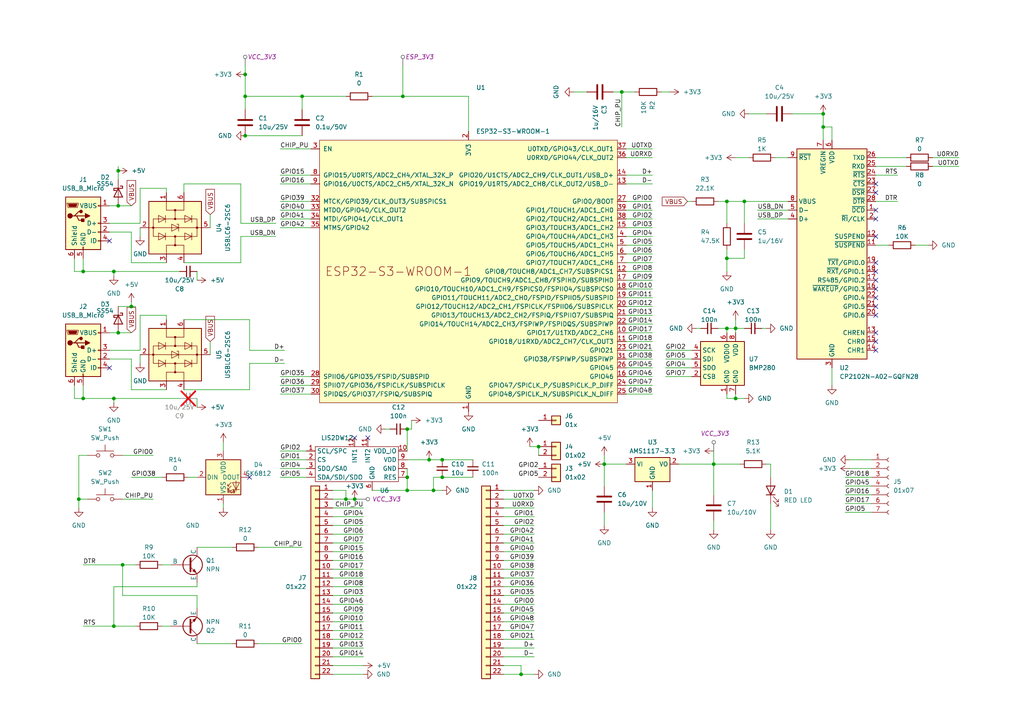
<source format=kicad_sch>
(kicad_sch (version 20230121) (generator eeschema)
  (paper "A4")
  (title_block (title "ESP32-S3-WROOM Test Board A") (date "2023-07-23") (rev "0.1") (company "Galacs corp"))
  (junction (at 128.27 133.35))
  (junction (at 238.76 36.83))
  (junction (at 210.82 58.42))
  (junction (at 210.82 95.25))
  (junction (at 22.86 144.78))
  (junction (at 24.13 78.74))
  (junction (at 213.36 115.57))
  (junction (at 34.29 96.52))
  (junction (at 156.21 129.54))
  (junction (at 38.1 88.9))
  (junction (at 118.11 142.24))
  (junction (at 87.63 27.94))
  (junction (at 24.13 115.57))
  (junction (at 125.73 142.24))
  (junction (at 102.87 144.78))
  (junction (at 210.82 74.93))
  (junction (at 33.02 115.57))
  (junction (at 118.11 138.43))
  (junction (at 116.84 27.94))
  (junction (at 33.02 78.74))
  (junction (at 34.29 49.53))
  (junction (at 151.13 195.58))
  (junction (at 71.12 21.59))
  (junction (at 215.9 58.42))
  (junction (at 213.36 95.25))
  (junction (at 35.56 163.83))
  (junction (at 207.01 134.62))
  (junction (at 100.33 144.78))
  (junction (at 124.46 133.35))
  (junction (at 71.12 39.37))
  (junction (at 34.29 59.69))
  (junction (at 175.26 134.62))
  (junction (at 33.02 181.61))
  (junction (at 71.12 27.94))
  (junction (at 128.27 138.43))
  (junction (at 118.11 124.46))
  (junction (at 238.76 33.02))
  (junction (at 180.34 26.67))
  (no_connect (at 102.87 127))
  (no_connect (at 254 88.9))
  (no_connect (at 254 53.34))
  (no_connect (at 254 60.96))
  (no_connect (at 31.75 106.68))
  (no_connect (at 72.39 138.43))
  (no_connect (at 254 91.44))
  (no_connect (at 31.75 69.85))
  (no_connect (at 254 76.2))
  (no_connect (at 254 83.82))
  (no_connect (at 254 101.6))
  (no_connect (at 106.68 127))
  (no_connect (at 254 86.36))
  (no_connect (at 254 68.58))
  (no_connect (at 254 81.28))
  (no_connect (at 254 99.06))
  (no_connect (at 254 63.5))
  (no_connect (at 254 55.88))
  (no_connect (at 254 78.74))
  (no_connect (at 254 96.52))
  (wire (pts (xy 246.38 133.35) (xy 252.73 133.35)))
  (wire (pts (xy 238.76 36.83) (xy 238.76 40.64)))
  (wire (pts (xy 24.13 163.83) (xy 35.56 163.83)))
  (wire (pts (xy 189.23 93.98) (xy 181.61 93.98)))
  (wire (pts (xy 118.11 138.43) (xy 118.11 142.24)))
  (wire (pts (xy 181.61 83.82) (xy 189.23 83.82)))
  (wire (pts (xy 24.13 74.93) (xy 24.13 78.74)))
  (wire (pts (xy 81.28 43.18) (xy 90.17 43.18)))
  (wire (pts (xy 193.04 104.14) (xy 200.66 104.14)))
  (wire (pts (xy 96.52 193.04) (xy 105.41 193.04)))
  (wire (pts (xy 189.23 66.04) (xy 181.61 66.04)))
  (wire (pts (xy 220.98 95.25) (xy 222.25 95.25)))
  (wire (pts (xy 245.11 143.51) (xy 252.73 143.51)))
  (wire (pts (xy 38.1 104.14) (xy 31.75 104.14)))
  (wire (pts (xy 189.23 109.22) (xy 181.61 109.22)))
  (wire (pts (xy 210.82 72.39) (xy 210.82 74.93)))
  (wire (pts (xy 146.05 165.1) (xy 154.94 165.1)))
  (wire (pts (xy 128.27 138.43) (xy 125.73 138.43)))
  (wire (pts (xy 96.52 185.42) (xy 105.41 185.42)))
  (wire (pts (xy 24.13 111.76) (xy 24.13 115.57)))
  (wire (pts (xy 265.43 71.12) (xy 269.24 71.12)))
  (wire (pts (xy 181.61 81.28) (xy 189.23 81.28)))
  (wire (pts (xy 151.13 195.58) (xy 154.94 195.58)))
  (wire (pts (xy 21.59 115.57) (xy 24.13 115.57)))
  (wire (pts (xy 96.52 157.48) (xy 105.41 157.48)))
  (wire (pts (xy 193.04 106.68) (xy 200.66 106.68)))
  (wire (pts (xy 35.56 132.08) (xy 44.45 132.08)))
  (wire (pts (xy 191.77 26.67) (xy 194.31 26.67)))
  (wire (pts (xy 57.15 115.57) (xy 57.15 118.11)))
  (wire (pts (xy 203.2 95.25) (xy 201.93 95.25)))
  (wire (pts (xy 25.4 132.08) (xy 22.86 132.08)))
  (wire (pts (xy 53.34 92.71) (xy 72.39 92.71)))
  (wire (pts (xy 146.05 180.34) (xy 154.94 180.34)))
  (wire (pts (xy 210.82 58.42) (xy 215.9 58.42)))
  (wire (pts (xy 175.26 140.97) (xy 175.26 134.62)))
  (wire (pts (xy 60.96 99.06) (xy 60.96 102.87)))
  (wire (pts (xy 181.61 104.14) (xy 189.23 104.14)))
  (wire (pts (xy 215.9 115.57) (xy 213.36 115.57)))
  (wire (pts (xy 146.05 195.58) (xy 151.13 195.58)))
  (wire (pts (xy 215.9 58.42) (xy 228.6 58.42)))
  (wire (pts (xy 213.36 114.3) (xy 213.36 115.57)))
  (wire (pts (xy 210.82 115.57) (xy 210.82 114.3)))
  (wire (pts (xy 57.15 172.72) (xy 35.56 172.72)))
  (wire (pts (xy 60.96 62.23) (xy 60.96 66.04)))
  (wire (pts (xy 24.13 115.57) (xy 33.02 115.57)))
  (wire (pts (xy 71.12 27.94) (xy 87.63 27.94)))
  (wire (pts (xy 81.28 66.04) (xy 90.17 66.04)))
  (wire (pts (xy 146.05 182.88) (xy 154.94 182.88)))
  (wire (pts (xy 96.52 154.94) (xy 105.41 154.94)))
  (wire (pts (xy 69.85 53.34) (xy 69.85 64.77)))
  (wire (pts (xy 81.28 111.76) (xy 90.17 111.76)))
  (wire (pts (xy 146.05 177.8) (xy 154.94 177.8)))
  (wire (pts (xy 213.36 115.57) (xy 210.82 115.57)))
  (wire (pts (xy 156.21 129.54) (xy 156.21 132.08)))
  (wire (pts (xy 40.64 101.6) (xy 40.64 91.44)))
  (wire (pts (xy 189.23 86.36) (xy 181.61 86.36)))
  (wire (pts (xy 22.86 144.78) (xy 22.86 147.32)))
  (wire (pts (xy 96.52 147.32) (xy 105.41 147.32)))
  (wire (pts (xy 224.79 45.72) (xy 228.6 45.72)))
  (wire (pts (xy 53.34 53.34) (xy 69.85 53.34)))
  (wire (pts (xy 48.26 76.2) (xy 38.1 76.2)))
  (wire (pts (xy 181.61 60.96) (xy 189.23 60.96)))
  (wire (pts (xy 38.1 138.43) (xy 46.99 138.43)))
  (wire (pts (xy 210.82 95.25) (xy 213.36 95.25)))
  (wire (pts (xy 153.67 129.54) (xy 156.21 129.54)))
  (wire (pts (xy 21.59 78.74) (xy 24.13 78.74)))
  (wire (pts (xy 229.87 33.02) (xy 238.76 33.02)))
  (wire (pts (xy 146.05 170.18) (xy 154.94 170.18)))
  (wire (pts (xy 116.84 27.94) (xy 135.89 27.94)))
  (wire (pts (xy 57.15 170.18) (xy 57.15 168.91)))
  (wire (pts (xy 210.82 58.42) (xy 210.82 64.77)))
  (wire (pts (xy 54.61 138.43) (xy 57.15 138.43)))
  (wire (pts (xy 107.95 142.24) (xy 118.11 142.24)))
  (wire (pts (xy 125.73 142.24) (xy 128.27 142.24)))
  (wire (pts (xy 33.02 80.01) (xy 33.02 78.74)))
  (wire (pts (xy 118.11 142.24) (xy 125.73 142.24)))
  (wire (pts (xy 219.71 60.96) (xy 228.6 60.96)))
  (wire (pts (xy 81.28 135.89) (xy 88.9 135.89)))
  (wire (pts (xy 38.1 67.31) (xy 31.75 67.31)))
  (wire (pts (xy 22.86 132.08) (xy 22.86 144.78)))
  (wire (pts (xy 213.36 92.71) (xy 213.36 95.25)))
  (wire (pts (xy 189.23 106.68) (xy 181.61 106.68)))
  (wire (pts (xy 107.95 27.94) (xy 116.84 27.94)))
  (wire (pts (xy 100.33 144.78) (xy 100.33 142.24)))
  (wire (pts (xy 74.93 186.69) (xy 87.63 186.69)))
  (wire (pts (xy 189.23 96.52) (xy 181.61 96.52)))
  (wire (pts (xy 34.29 49.53) (xy 34.29 52.07)))
  (wire (pts (xy 81.28 138.43) (xy 88.9 138.43)))
  (wire (pts (xy 215.9 72.39) (xy 215.9 74.93)))
  (wire (pts (xy 87.63 27.94) (xy 100.33 27.94)))
  (wire (pts (xy 254 71.12) (xy 257.81 71.12)))
  (wire (pts (xy 100.33 142.24) (xy 96.52 142.24)))
  (wire (pts (xy 189.23 76.2) (xy 181.61 76.2)))
  (wire (pts (xy 210.82 96.52) (xy 210.82 95.25)))
  (wire (pts (xy 245.11 138.43) (xy 252.73 138.43)))
  (wire (pts (xy 215.9 74.93) (xy 210.82 74.93)))
  (wire (pts (xy 57.15 78.74) (xy 57.15 81.28)))
  (wire (pts (xy 254 48.26) (xy 262.89 48.26)))
  (wire (pts (xy 40.64 66.04) (xy 40.64 68.58)))
  (wire (pts (xy 207.01 151.13) (xy 207.01 153.67)))
  (wire (pts (xy 81.28 133.35) (xy 88.9 133.35)))
  (wire (pts (xy 181.61 63.5) (xy 189.23 63.5)))
  (wire (pts (xy 40.64 91.44) (xy 48.26 91.44)))
  (wire (pts (xy 96.52 160.02) (xy 105.41 160.02)))
  (wire (pts (xy 146.05 190.5) (xy 154.94 190.5)))
  (wire (pts (xy 241.3 40.64) (xy 241.3 36.83)))
  (wire (pts (xy 146.05 157.48) (xy 154.94 157.48)))
  (wire (pts (xy 238.76 33.02) (xy 238.76 36.83)))
  (wire (pts (xy 193.04 109.22) (xy 200.66 109.22)))
  (wire (pts (xy 222.25 134.62) (xy 223.52 134.62)))
  (wire (pts (xy 71.12 39.37) (xy 87.63 39.37)))
  (wire (pts (xy 213.36 95.25) (xy 215.9 95.25)))
  (wire (pts (xy 100.33 144.78) (xy 102.87 144.78)))
  (wire (pts (xy 48.26 113.03) (xy 38.1 113.03)))
  (wire (pts (xy 207.01 134.62) (xy 214.63 134.62)))
  (wire (pts (xy 116.84 27.94) (xy 116.84 19.05)))
  (wire (pts (xy 96.52 180.34) (xy 105.41 180.34)))
  (wire (pts (xy 223.52 146.05) (xy 223.52 153.67)))
  (wire (pts (xy 40.64 64.77) (xy 40.64 54.61)))
  (wire (pts (xy 87.63 27.94) (xy 87.63 31.75)))
  (wire (pts (xy 124.46 133.35) (xy 128.27 133.35)))
  (wire (pts (xy 208.28 95.25) (xy 210.82 95.25)))
  (wire (pts (xy 181.61 71.12) (xy 189.23 71.12)))
  (wire (pts (xy 40.64 54.61) (xy 48.26 54.61)))
  (wire (pts (xy 207.01 134.62) (xy 207.01 143.51)))
  (wire (pts (xy 245.11 146.05) (xy 252.73 146.05)))
  (wire (pts (xy 146.05 154.94) (xy 154.94 154.94)))
  (wire (pts (xy 96.52 162.56) (xy 105.41 162.56)))
  (wire (pts (xy 181.61 88.9) (xy 189.23 88.9)))
  (wire (pts (xy 241.3 106.68) (xy 241.3 111.76)))
  (wire (pts (xy 146.05 172.72) (xy 154.94 172.72)))
  (wire (pts (xy 52.07 78.74) (xy 33.02 78.74)))
  (wire (pts (xy 208.28 58.42) (xy 210.82 58.42)))
  (wire (pts (xy 146.05 147.32) (xy 154.94 147.32)))
  (wire (pts (xy 199.39 58.42) (xy 200.66 58.42)))
  (wire (pts (xy 72.39 92.71) (xy 72.39 101.6)))
  (wire (pts (xy 175.26 134.62) (xy 181.61 134.62)))
  (wire (pts (xy 72.39 105.41) (xy 72.39 113.03)))
  (wire (pts (xy 189.23 101.6) (xy 181.61 101.6)))
  (wire (pts (xy 207.01 130.81) (xy 207.01 134.62)))
  (wire (pts (xy 180.34 26.67) (xy 177.8 26.67)))
  (wire (pts (xy 189.23 114.3) (xy 181.61 114.3)))
  (wire (pts (xy 38.1 113.03) (xy 38.1 104.14)))
  (wire (pts (xy 96.52 170.18) (xy 105.41 170.18)))
  (wire (pts (xy 181.61 68.58) (xy 189.23 68.58)))
  (wire (pts (xy 223.52 134.62) (xy 223.52 138.43)))
  (wire (pts (xy 24.13 78.74) (xy 33.02 78.74)))
  (wire (pts (xy 254 58.42) (xy 260.35 58.42)))
  (wire (pts (xy 96.52 195.58) (xy 105.41 195.58)))
  (wire (pts (xy 96.52 172.72) (xy 105.41 172.72)))
  (wire (pts (xy 33.02 181.61) (xy 39.37 181.61)))
  (wire (pts (xy 96.52 167.64) (xy 105.41 167.64)))
  (wire (pts (xy 254 45.72) (xy 262.89 45.72)))
  (wire (pts (xy 125.73 138.43) (xy 125.73 142.24)))
  (wire (pts (xy 48.26 91.44) (xy 48.26 92.71)))
  (wire (pts (xy 181.61 58.42) (xy 189.23 58.42)))
  (wire (pts (xy 34.29 48.26) (xy 34.29 49.53)))
  (wire (pts (xy 39.37 88.9) (xy 38.1 88.9)))
  (wire (pts (xy 31.75 101.6) (xy 40.64 101.6)))
  (wire (pts (xy 181.61 53.34) (xy 189.23 53.34)))
  (wire (pts (xy 241.3 36.83) (xy 238.76 36.83)))
  (wire (pts (xy 81.28 60.96) (xy 90.17 60.96)))
  (wire (pts (xy 53.34 53.34) (xy 53.34 55.88)))
  (wire (pts (xy 81.28 109.22) (xy 90.17 109.22)))
  (wire (pts (xy 270.51 48.26) (xy 278.13 48.26)))
  (wire (pts (xy 217.17 33.02) (xy 222.25 33.02)))
  (wire (pts (xy 69.85 64.77) (xy 80.01 64.77)))
  (wire (pts (xy 180.34 26.67) (xy 180.34 36.83)))
  (wire (pts (xy 213.36 95.25) (xy 213.36 96.52)))
  (wire (pts (xy 118.11 135.89) (xy 118.11 138.43)))
  (wire (pts (xy 82.55 105.41) (xy 72.39 105.41)))
  (wire (pts (xy 74.93 158.75) (xy 87.63 158.75)))
  (wire (pts (xy 24.13 181.61) (xy 33.02 181.61)))
  (wire (pts (xy 151.13 193.04) (xy 151.13 195.58)))
  (wire (pts (xy 146.05 144.78) (xy 154.94 144.78)))
  (wire (pts (xy 175.26 132.08) (xy 175.26 134.62)))
  (wire (pts (xy 96.52 149.86) (xy 105.41 149.86)))
  (wire (pts (xy 31.75 96.52) (xy 34.29 96.52)))
  (wire (pts (xy 21.59 111.76) (xy 21.59 115.57)))
  (wire (pts (xy 189.23 43.18) (xy 181.61 43.18)))
  (wire (pts (xy 96.52 190.5) (xy 105.41 190.5)))
  (wire (pts (xy 57.15 186.69) (xy 67.31 186.69)))
  (wire (pts (xy 81.28 114.3) (xy 90.17 114.3)))
  (wire (pts (xy 57.15 172.72) (xy 57.15 176.53)))
  (wire (pts (xy 189.23 111.76) (xy 181.61 111.76)))
  (wire (pts (xy 118.11 124.46) (xy 118.11 130.81)))
  (wire (pts (xy 96.52 175.26) (xy 105.41 175.26)))
  (wire (pts (xy 128.27 133.35) (xy 137.16 133.35)))
  (wire (pts (xy 189.23 73.66) (xy 181.61 73.66)))
  (wire (pts (xy 35.56 144.78) (xy 44.45 144.78)))
  (wire (pts (xy 52.07 115.57) (xy 33.02 115.57)))
  (wire (pts (xy 246.38 135.89) (xy 252.73 135.89)))
  (wire (pts (xy 146.05 175.26) (xy 154.94 175.26)))
  (wire (pts (xy 175.26 148.59) (xy 175.26 152.4)))
  (wire (pts (xy 46.99 181.61) (xy 49.53 181.61)))
  (wire (pts (xy 270.51 45.72) (xy 278.13 45.72)))
  (wire (pts (xy 213.36 45.72) (xy 217.17 45.72)))
  (wire (pts (xy 196.85 134.62) (xy 207.01 134.62)))
  (wire (pts (xy 81.28 58.42) (xy 90.17 58.42)))
  (wire (pts (xy 34.29 59.69) (xy 38.1 59.69)))
  (wire (pts (xy 146.05 167.64) (xy 154.94 167.64)))
  (wire (pts (xy 189.23 142.24) (xy 189.23 147.32)))
  (wire (pts (xy 57.15 158.75) (xy 67.31 158.75)))
  (wire (pts (xy 57.15 170.18) (xy 33.02 170.18)))
  (wire (pts (xy 64.77 128.27) (xy 64.77 130.81)))
  (wire (pts (xy 38.1 87.63) (xy 38.1 88.9)))
  (wire (pts (xy 71.12 27.94) (xy 71.12 21.59)))
  (wire (pts (xy 146.05 149.86) (xy 154.94 149.86)))
  (wire (pts (xy 81.28 53.34) (xy 90.17 53.34)))
  (wire (pts (xy 181.61 50.8) (xy 189.23 50.8)))
  (wire (pts (xy 40.64 102.87) (xy 40.64 105.41)))
  (wire (pts (xy 96.52 152.4) (xy 105.41 152.4)))
  (wire (pts (xy 146.05 162.56) (xy 154.94 162.56)))
  (wire (pts (xy 146.05 193.04) (xy 151.13 193.04)))
  (wire (pts (xy 215.9 58.42) (xy 215.9 64.77)))
  (wire (pts (xy 245.11 148.59) (xy 252.73 148.59)))
  (wire (pts (xy 64.77 146.05) (xy 64.77 147.32)))
  (wire (pts (xy 31.75 64.77) (xy 40.64 64.77)))
  (wire (pts (xy 111.76 124.46) (xy 113.03 124.46)))
  (wire (pts (xy 69.85 76.2) (xy 53.34 76.2)))
  (wire (pts (xy 219.71 63.5) (xy 228.6 63.5)))
  (wire (pts (xy 146.05 160.02) (xy 154.94 160.02)))
  (wire (pts (xy 146.05 142.24) (xy 154.94 142.24)))
  (wire (pts (xy 146.05 187.96) (xy 154.94 187.96)))
  (wire (pts (xy 193.04 101.6) (xy 200.66 101.6)))
  (wire (pts (xy 135.89 27.94) (xy 135.89 38.1)))
  (wire (pts (xy 33.02 116.84) (xy 33.02 115.57)))
  (wire (pts (xy 118.11 133.35) (xy 124.46 133.35)))
  (wire (pts (xy 71.12 27.94) (xy 71.12 31.75)))
  (wire (pts (xy 146.05 152.4) (xy 154.94 152.4)))
  (wire (pts (xy 96.52 182.88) (xy 105.41 182.88)))
  (wire (pts (xy 210.82 74.93) (xy 210.82 78.74)))
  (wire (pts (xy 170.18 26.67) (xy 166.37 26.67)))
  (wire (pts (xy 38.1 88.9) (xy 34.29 88.9)))
  (wire (pts (xy 96.52 165.1) (xy 105.41 165.1)))
  (wire (pts (xy 96.52 187.96) (xy 105.41 187.96)))
  (wire (pts (xy 81.28 130.81) (xy 88.9 130.81)))
  (wire (pts (xy 181.61 78.74) (xy 189.23 78.74)))
  (wire (pts (xy 146.05 185.42) (xy 154.94 185.42)))
  (wire (pts (xy 72.39 113.03) (xy 53.34 113.03)))
  (wire (pts (xy 72.39 101.6) (xy 82.55 101.6)))
  (wire (pts (xy 22.86 144.78) (xy 25.4 144.78)))
  (wire (pts (xy 181.61 91.44) (xy 189.23 91.44)))
  (wire (pts (xy 35.56 172.72) (xy 35.56 163.83)))
  (wire (pts (xy 189.23 99.06) (xy 181.61 99.06)))
  (wire (pts (xy 48.26 54.61) (xy 48.26 55.88)))
  (wire (pts (xy 96.52 144.78) (xy 100.33 144.78)))
  (wire (pts (xy 38.1 76.2) (xy 38.1 67.31)))
  (wire (pts (xy 254 50.8) (xy 260.35 50.8)))
  (wire (pts (xy 46.99 163.83) (xy 49.53 163.83)))
  (wire (pts (xy 34.29 96.52) (xy 38.1 96.52)))
  (wire (pts (xy 81.28 63.5) (xy 90.17 63.5)))
  (wire (pts (xy 21.59 74.93) (xy 21.59 78.74)))
  (wire (pts (xy 128.27 138.43) (xy 137.16 138.43)))
  (wire (pts (xy 71.12 21.59) (xy 71.12 19.05)))
  (wire (pts (xy 80.01 68.58) (xy 69.85 68.58)))
  (wire (pts (xy 96.52 177.8) (xy 105.41 177.8)))
  (wire (pts (xy 245.11 140.97) (xy 252.73 140.97)))
  (wire (pts (xy 184.15 26.67) (xy 180.34 26.67)))
  (wire (pts (xy 119.38 124.46) (xy 118.11 124.46)))
  (wire (pts (xy 33.02 170.18) (xy 33.02 181.61)))
  (wire (pts (xy 119.38 121.92) (xy 119.38 124.46)))
  (wire (pts (xy 69.85 68.58) (xy 69.85 76.2)))
  (wire (pts (xy 31.75 59.69) (xy 34.29 59.69)))
  (wire (pts (xy 81.28 50.8) (xy 90.17 50.8)))
  (wire (pts (xy 35.56 163.83) (xy 39.37 163.83)))
  (wire (pts (xy 189.23 45.72) (xy 181.61 45.72)))
  (wire (pts (xy 102.87 144.78) (xy 104.14 144.78)))
  (label "U0RXD" (at 189.23 45.72 180))
  (label "USB_DN" (at 219.71 60.96 0))
  (label "GPIO9" (at 105.41 177.8 180))
  (label "CHIP_PU" (at 44.45 144.78 180))
  (label "D-" (at 82.55 105.41 180))
  (label "GPIO3" (at 105.41 172.72 180))
  (label "GPIO2" (at 154.94 152.4 180))
  (label "GPIO35" (at 81.28 109.22 0))
  (label "GPIO41" (at 154.94 157.48 180))
  (label "GPIO13" (at 189.23 91.44 180))
  (label "GPIO37" (at 154.94 167.64 180))
  (label "DTR" (at 24.13 163.83 0))
  (label "D+" (at 154.94 187.96 180))
  (label "DTR" (at 260.35 58.42 180))
  (label "D+" (at 82.55 101.6 180))
  (label "GPIO47" (at 189.23 111.76 180))
  (label "GPIO1" (at 154.94 149.86 180))
  (label "GPIO5" (at 81.28 138.43 0))
  (label "U0TXD" (at 189.23 43.18 180))
  (label "GPIO6" (at 105.41 154.94 180))
  (label "GPIO35" (at 154.94 172.72 180))
  (label "CHIP_PU" (at 81.28 43.18 0))
  (label "GPIO21" (at 189.23 101.6 180))
  (label "GPIO7" (at 189.23 76.2 180))
  (label "GPIO46" (at 105.41 175.26 180))
  (label "GPIO47" (at 154.94 182.88 180))
  (label "GPIO36" (at 81.28 111.76 0))
  (label "GPIO15" (at 105.41 160.02 180))
  (label "GPIO0" (at 87.63 186.69 180))
  (label "GPIO1" (at 189.23 60.96 180))
  (label "GPIO16" (at 105.41 162.56 180))
  (label "GPIO46" (at 189.23 109.22 180))
  (label "GPIO2" (at 189.23 63.5 180))
  (label "GPIO14" (at 105.41 190.5 180))
  (label "USB_DP" (at 219.71 63.5 0))
  (label "GPIO10" (at 189.23 83.82 180))
  (label "GPIO12" (at 189.23 88.9 180))
  (label "GPIO5" (at 193.04 104.14 0))
  (label "GPIO42" (at 154.94 154.94 180))
  (label "GPIO0" (at 44.45 132.08 180))
  (label "GPIO5" (at 189.23 71.12 180))
  (label "GPIO48" (at 189.23 114.3 180))
  (label "GPIO11" (at 189.23 86.36 180))
  (label "GPIO42" (at 81.28 66.04 0))
  (label "GPIO7" (at 105.41 157.48 180))
  (label "GPIO8" (at 105.41 170.18 180))
  (label "GPIO17" (at 189.23 96.52 180))
  (label "GPIO36" (at 154.94 170.18 180))
  (label "RTS" (at 24.13 181.61 0))
  (label "GPIO2" (at 81.28 130.81 0))
  (label "GPIO17" (at 105.41 165.1 180))
  (label "CHIP_PU" (at 105.41 147.32 180))
  (label "GPIO38" (at 38.1 138.43 0))
  (label "GPIO5" (at 105.41 152.4 180))
  (label "GPIO16" (at 81.28 53.34 0))
  (label "GPIO48" (at 154.94 180.34 180))
  (label "USB_DN" (at 80.01 68.58 180))
  (label "GPIO2" (at 156.21 135.89 180))
  (label "USB_DP" (at 80.01 64.77 180))
  (label "D-" (at 154.94 190.5 180))
  (label "D+" (at 189.23 50.8 180))
  (label "GPIO18" (at 245.11 138.43 0))
  (label "GPIO45" (at 245.11 140.97 0))
  (label "GPIO11" (at 105.41 182.88 180))
  (label "GPIO8" (at 189.23 78.74 180))
  (label "GPIO6" (at 189.23 73.66 180))
  (label "D-" (at 189.23 53.34 180))
  (label "GPIO17" (at 245.11 146.05 0))
  (label "GPIO0" (at 189.23 58.42 180))
  (label "GPIO38" (at 189.23 104.14 180))
  (label "GPIO10" (at 105.41 180.34 180))
  (label "U0RXD" (at 278.13 45.72 180))
  (label "GPIO45" (at 189.23 106.68 180))
  (label "GPIO3" (at 189.23 66.04 180))
  (label "GPIO41" (at 81.28 63.5 0))
  (label "GPIO15" (at 81.28 50.8 0))
  (label "GPIO4" (at 189.23 68.58 180))
  (label "GPIO18" (at 189.23 99.06 180))
  (label "GPIO5" (at 156.21 138.43 180))
  (label "U0TXD" (at 154.94 144.78 180))
  (label "RTS" (at 260.35 50.8 180))
  (label "GPIO5" (at 245.11 148.59 0))
  (label "GPIO9" (at 189.23 81.28 180))
  (label "U0TXD" (at 278.13 48.26 180))
  (label "GPIO12" (at 105.41 185.42 180))
  (label "GPIO13" (at 105.41 187.96 180))
  (label "GPIO45" (at 154.94 177.8 180))
  (label "GPIO18" (at 105.41 167.64 180))
  (label "GPIO39" (at 154.94 162.56 180))
  (label "GPIO4" (at 81.28 135.89 0))
  (label "GPIO37" (at 81.28 114.3 0))
  (label "GPIO40" (at 154.94 160.02 180))
  (label "GPIO4" (at 105.41 149.86 180))
  (label "GPIO16" (at 245.11 143.51 0))
  (label "GPIO21" (at 154.94 185.42 180))
  (label "CHIP_PU" (at 180.34 36.83 90))
  (label "GPIO7" (at 193.04 109.22 0))
  (label "GPIO2" (at 193.04 101.6 0))
  (label "GPIO38" (at 154.94 165.1 180))
  (label "CHIP_PU" (at 87.63 158.75 180))
  (label "GPIO40" (at 81.28 60.96 0))
  (label "GPIO1" (at 81.28 133.35 0))
  (label "GPIO0" (at 154.94 175.26 180))
  (label "GPIO4" (at 193.04 106.68 0))
  (label "GPIO14" (at 189.23 93.98 180))
  (label "GPIO39" (at 81.28 58.42 0))
  (label "U0RXD" (at 154.94 147.32 180))
  (global_label "VBUS" (shape input) (at 38.1 96.52 90) (property "Intersheetrefs" "${INTERSHEET_REFS}" (effects hide)))
  (global_label "VBUS" (shape input) (at 60.96 99.06 90) (property "Intersheetrefs" "${INTERSHEET_REFS}" (effects hide)))
  (global_label "VBUS" (shape input) (at 199.39 58.42 180) (property "Intersheetrefs" "${INTERSHEET_REFS}" (effects hide)))
  (global_label "VBUS" (shape input) (at 60.96 62.23 90) (property "Intersheetrefs" "${INTERSHEET_REFS}" (effects hide)))
  (global_label "VBUS" (shape input) (at 38.1 59.69 90) (property "Intersheetrefs" "${INTERSHEET_REFS}" (effects hide)))
  (netclass_flag "" (length 2.54) (shape round) (at 71.12 19.05 0) (property "Netclass" "VCC_3V3" (at 71.8185 16.51 0) (effects (font italic) (justify left))))
  (netclass_flag "" (length 2.54) (shape round) (at 116.84 19.05 0) (property "Netclass" "ESP_3V3" (at 117.5385 16.51 0) (effects (font italic) (justify left))))
  (netclass_flag "" (length 2.54) (shape round) (at 207.01 130.81 0) (property "Netclass" "VCC_3V3" (at 203.2 125.73 0) (effects (font italic) (justify left))))
  (netclass_flag "" (length 2.54) (shape round) (at 104.14 144.78 270) (property "Netclass" "VCC_3V3" (at 107.95 144.78 0) (effects (font italic) (justify left))))
  (symbol (lib_id "power:GND") (at 64.77 147.32 0) (unit 1)
    (property "Reference" "#PWR017" (effects hide))
    (property "Value" "GND" (at 55.88 152.4 0))
  )
  (symbol (lib_id "LED:SK6812") (at 64.77 138.43 0) (unit 1)
    (property "Reference" "D4" (at 74.93 134.7821 0))
    (property "Value" "SK6812" (at 74.93 137.3221 0))
    (property "Footprint" "LED_SMD:LED_SK6812_PLCC4_5.0x5.0mm_P3.2mm" (effects hide))
    (property "Datasheet" "https://cdn-shop.adafruit.com/product-files/1138/SK6812+LED+datasheet+.pdf" (effects hide))
  )
  (symbol (lib_id "power:+3V3") (at 246.38 135.89 90) (unit 1)
    (property "Reference" "#PWR032" (effects hide))
    (property "Value" "+3V3" (at 242.57 135.89 90) (effects (justify left)))
  )
  (symbol (lib_id "power:GND") (at 154.94 142.24 90) (unit 1)
    (property "Reference" "#PWR025" (effects hide))
    (property "Value" "GND" (at 158.75 142.24 90) (effects (justify right)))
  )
  (symbol (lib_id "power:+5V") (at 105.41 193.04 270) (unit 1)
    (property "Reference" "#PWR042" (effects hide))
    (property "Value" "+5V" (at 109.22 193.04 90) (effects (justify left)))
  )
  (symbol (lib_id "power:+3V3") (at 238.76 33.02 0) (unit 1)
    (property "Reference" "#PWR035" (effects hide))
    (property "Value" "+3V3" (at 238.76 27.94 0))
  )
  (symbol (lib_id "power:+3V3") (at 153.67 129.54 0) (unit 1)
    (property "Reference" "#PWR030" (effects hide))
    (property "Value" "+3V3" (at 153.67 124.46 0))
  )
  (symbol (lib_id "power:GND") (at 135.89 119.38 0) (unit 1)
    (property "Reference" "#PWR01" (effects hide))
    (property "Value" "GND" (at 135.89 124.46 0))
  )
  (symbol (lib_id "Device:D_Schottky") (at 34.29 55.88 270) (unit 1)
    (property "Reference" "D2" (at 30.48 51.435 90))
    (property "Value" "SS54" (at 30.48 53.34 90))
    (property "Footprint" "Diode_SMD:D_SMA" (effects hide))
  )
  (symbol (lib_id "Connector_Generic:Conn_01x01") (at 161.29 121.92 0) (unit 1)
    (property "Reference" "J6" (at 163.83 120.65 0) (effects (justify left)))
    (property "Value" "01x" (at 163.83 123.19 0) (effects (justify left)))
    (property "Footprint" "Connector_PinSocket_2.54mm:PinSocket_1x01_P2.54mm_Vertical" (effects hide))
  )
  (symbol (lib_id "Device:R") (at 210.82 68.58 0) (unit 1)
    (property "Reference" "R4" (at 203.2 67.31 0) (effects (justify left)))
    (property "Value" "47.5K" (at 203.2 69.85 0) (effects (justify left)))
    (property "Footprint" "Resistor_SMD:R_0603_1608Metric" (effects hide))
  )
  (symbol (lib_id "Device:C_Small") (at 54.61 78.74 90) (unit 1)
    (property "Reference" "C8" (at 52.07 83.82 90))
    (property "Value" "10u/25V" (at 52.07 81.28 90))
    (property "Footprint" "Capacitor_SMD:C_0603_1608Metric" (effects hide))
  )
  (symbol (lib_id "PCM_Espressif:ESP32-S3-WROOM-1") (at 135.89 78.74 0) (unit 1)
    (property "Reference" "U1" (at 138.0841 25.4 0) (effects (justify left)))
    (property "Value" "ESP32-S3-WROOM-1" (at 138.0841 38.1 0) (effects (justify left)))
    (property "Footprint" "PCM_Espressif:ESP32-S3-WROOM-1" (effects hide))
    (property "Datasheet" "https://www.espressif.com/sites/default/files/documentation/esp32-s3-wroom-1_wroom-1u_datasheet_en.pdf" (effects hide))
  )
  (symbol (lib_id "power:+3V3") (at 71.12 21.59 90) (unit 1)
    (property "Reference" "#PWR028" (effects hide))
    (property "Value" "+3V3" (at 67.31 21.59 90) (effects (justify left)))
  )
  (symbol (lib_id "power:GND") (at 246.38 133.35 270) (unit 1)
    (property "Reference" "#PWR020" (effects hide))
    (property "Value" "GND" (at 242.57 133.35 90) (effects (justify right)))
  )
  (symbol (lib_id "power:GND") (at 241.3 111.76 0) (unit 1)
    (property "Reference" "#PWR04" (effects hide))
    (property "Value" "GND" (at 241.3 116.84 0))
  )
  (symbol (lib_id "Sensor_Pressure:BMP280") (at 210.82 106.68 0) (unit 1)
    (property "Reference" "U7" (at 217.17 104.14 0) (effects (justify left)))
    (property "Value" "BMP280" (at 217.17 106.68 0) (effects (justify left)))
    (property "Footprint" "Package_LGA:Bosch_LGA-8_2x2.5mm_P0.65mm_ClockwisePinNumbering" (effects hide))
    (property "Datasheet" "https://ae-bst.resource.bosch.com/media/_tech/media/datasheets/BST-BMP280-DS001.pdf" (effects hide))
  )
  (symbol (lib_id "Device:R") (at 261.62 71.12 90) (unit 1)
    (property "Reference" "R6" (at 261.62 66.04 90))
    (property "Value" "10K" (at 261.62 68.58 90))
    (property "Footprint" "Resistor_SMD:R_0603_1608Metric" (effects hide))
  )
  (symbol (lib_id "Galacs:LIS2DW12") (at 97.79 127 0) (unit 1)
    (property "Reference" "U6" (at 110.1441 142.24 0) (effects (justify left)))
    (property "Value" "LIS2DW12" (at 97.79 127 0))
    (property "Footprint" "Package_LGA:LGA-12_2x2mm_P0.5mm" (effects hide))
  )
  (symbol (lib_id "power:GND") (at 166.37 26.67 270) (unit 1)
    (property "Reference" "#PWR03" (effects hide))
    (property "Value" "GND" (at 161.29 26.67 0))
  )
  (symbol (lib_id "Device:R") (at 50.8 138.43 90) (unit 1)
    (property "Reference" "R14" (at 50.8 133.35 90))
    (property "Value" "0" (at 50.8 135.89 90))
    (property "Footprint" "Resistor_SMD:R_0603_1608Metric" (effects hide))
  )
  (symbol (lib_id "Device:C") (at 215.9 68.58 0) (unit 1)
    (property "Reference" "C5" (at 219.71 67.31 0) (effects (justify left)))
    (property "Value" "1u/16V" (at 219.71 69.85 0) (effects (justify left)))
    (property "Footprint" "Capacitor_SMD:C_0603_1608Metric" (effects hide))
  )
  (symbol (lib_id "power:GND") (at 71.12 39.37 270) (unit 1)
    (property "Reference" "#PWR02" (effects hide))
    (property "Value" "GND" (at 67.31 39.37 90) (effects (justify right)))
  )
  (symbol (lib_id "Regulator_Linear:AMS1117-3.3") (at 189.23 134.62 0) (unit 1)
    (property "Reference" "U3" (at 189.23 128.27 0))
    (property "Value" "AMS1117-3.3" (at 189.23 130.81 0))
    (property "Footprint" "Package_TO_SOT_SMD:SOT-223-3_TabPin2" (effects hide))
    (property "Datasheet" "http://www.advanced-monolithic.com/pdf/ds1117.pdf" (effects hide))
  )
  (symbol (lib_id "Device:R") (at 204.47 58.42 90) (unit 1)
    (property "Reference" "R3" (at 204.47 52.07 90))
    (property "Value" "22.1K" (at 204.47 54.61 90))
    (property "Footprint" "Resistor_SMD:R_0805_2012Metric" (effects hide))
  )
  (symbol (lib_id "Device:C") (at 175.26 144.78 0) (unit 1)
    (property "Reference" "C6" (at 179.07 143.51 0) (effects (justify left)))
    (property "Value" "10u/10V" (at 179.07 146.05 0) (effects (justify left)))
    (property "Footprint" "Capacitor_SMD:C_0603_1608Metric" (effects hide))
  )
  (symbol (lib_id "power:+3V3") (at 194.31 26.67 270) (unit 1)
    (property "Reference" "#PWR033" (effects hide))
    (property "Value" "+3V3" (at 198.12 26.67 90) (effects (justify left)))
  )
  (symbol (lib_id "power:+5V") (at 175.26 132.08 0) (unit 1)
    (property "Reference" "#PWR043" (effects hide))
    (property "Value" "+5V" (at 175.26 127 0))
  )
  (symbol (lib_id "Device:C") (at 226.06 33.02 90) (unit 1)
    (property "Reference" "C4" (at 226.06 25.4 90))
    (property "Value" "10u/25V" (at 226.06 27.94 90))
    (property "Footprint" "Capacitor_SMD:C_0603_1608Metric" (effects hide))
  )
  (symbol (lib_id "power:GND") (at 33.02 80.01 0) (unit 1)
    (property "Reference" "#PWR013" (effects hide))
    (property "Value" "GND" (at 33.02 85.09 0))
  )
  (symbol (lib_id "power:+3V3") (at 102.87 144.78 0) (unit 1)
    (property "Reference" "#PWR045" (effects hide))
    (property "Value" "+3V3" (at 102.87 140.97 0))
  )
  (symbol (lib_id "power:GND") (at 269.24 71.12 90) (unit 1)
    (property "Reference" "#PWR07" (effects hide))
    (property "Value" "GND" (at 273.05 71.12 90) (effects (justify right)))
  )
  (symbol (lib_id "power:+3V3") (at 124.46 133.35 0) (unit 1)
    (property "Reference" "#PWR029" (effects hide))
    (property "Value" "+3V3" (at 124.46 128.27 0))
  )
  (symbol (lib_id "Connector:USB_B_Micro") (at 24.13 101.6 0) (unit 1)
    (property "Reference" "J2" (at 24.13 88.9 0))
    (property "Value" "USB_B_Micro" (at 24.13 91.44 0))
    (property "Footprint" "Connector_USB:USB_Micro-B_XKB_U254-051T-4BH83-F1S" (effects hide))
  )
  (symbol (lib_id "Device:C_Small") (at 205.74 95.25 270) (mirror x) (unit 1)
    (property "Reference" "C14" (at 205.74 90.17 90))
    (property "Value" "100n" (at 205.74 92.71 90))
    (property "Footprint" "Capacitor_SMD:C_0402_1005Metric_Pad0.74x0.62mm_HandSolder" (effects hide))
  )
  (symbol (lib_id "Device:C_Small") (at 218.44 95.25 90) (unit 1)
    (property "Reference" "C13" (at 218.44 90.17 90))
    (property "Value" "100n" (at 218.44 92.71 90))
    (property "Footprint" "Capacitor_SMD:C_0402_1005Metric_Pad0.74x0.62mm_HandSolder" (effects hide))
  )
  (symbol (lib_id "power:GND") (at 40.64 68.58 0) (unit 1)
    (property "Reference" "#PWR014" (effects hide))
    (property "Value" "GND" (at 40.64 73.66 0))
  )
  (symbol (lib_id "power:GND") (at 128.27 142.24 90) (unit 1)
    (property "Reference" "#PWR018" (effects hide))
    (property "Value" "GND" (at 132.08 142.24 90) (effects (justify right)))
  )
  (symbol (lib_id "power:GND") (at 201.93 95.25 270) (mirror x) (unit 1)
    (property "Reference" "#PWR023" (effects hide))
    (property "Value" "GND" (at 198.12 95.25 90) (effects (justify right)))
  )
  (symbol (lib_id "power:GND") (at 210.82 78.74 0) (unit 1)
    (property "Reference" "#PWR06" (effects hide))
    (property "Value" "GND" (at 210.82 83.82 0))
  )
  (symbol (lib_id "Connector_Generic:Conn_01x22") (at 140.97 167.64 0) (mirror y) (unit 1)
    (property "Reference" "J8" (at 138.43 167.64 0) (effects (justify left)))
    (property "Value" "01x22" (at 138.43 170.18 0) (effects (justify left)))
    (property "Footprint" "Connector_PinHeader_2.54mm:PinHeader_1x22_P2.54mm_Vertical" (effects hide))
  )
  (symbol (lib_id "Connector_Generic:Conn_01x22") (at 91.44 167.64 0) (mirror y) (unit 1)
    (property "Reference" "J7" (at 88.9 167.64 0) (effects (justify left)))
    (property "Value" "01x22" (at 88.9 170.18 0) (effects (justify left)))
    (property "Footprint" "Connector_PinHeader_2.54mm:PinHeader_1x22_P2.54mm_Vertical" (effects hide))
  )
  (symbol (lib_id "Connector_Generic:Conn_01x02") (at 161.29 135.89 0) (unit 1)
    (property "Reference" "J3" (at 163.83 135.89 0) (effects (justify left)))
    (property "Value" "01x02" (at 163.83 138.43 0) (effects (justify left)))
    (property "Footprint" "Connector_PinHeader_2.54mm:PinHeader_1x02_P2.54mm_Vertical" (effects hide))
  )
  (symbol (lib_id "power:GND") (at 111.76 124.46 270) (unit 1)
    (property "Reference" "#PWR019" (effects hide))
    (property "Value" "GND" (at 107.95 124.46 90) (effects (justify right)))
  )
  (symbol (lib_id "power:+3V3") (at 207.01 130.81 90) (unit 1)
    (property "Reference" "#PWR036" (effects hide))
    (property "Value" "+3V3" (at 203.2 130.81 90) (effects (justify left)))
  )
  (symbol (lib_id "Connector:Conn_01x07_Socket") (at 257.81 140.97 0) (unit 1)
    (property "Reference" "J5" (at 259.08 139.7 0) (effects (justify left)))
    (property "Value" "01x07" (at 259.08 142.24 0) (effects (justify left)))
    (property "Footprint" "Connector_PinSocket_2.54mm:PinSocket_1x07_P2.54mm_Vertical" (effects hide))
  )
  (symbol (lib_id "Simulation_SPICE:NPN") (at 54.61 181.61 0) (mirror x) (unit 1)
    (property "Reference" "Q2" (at 59.69 182.88 0) (effects (justify left)))
    (property "Value" "NPN" (at 59.69 180.34 0) (effects (justify left)))
    (property "Footprint" "Package_TO_SOT_SMD:SOT-23" (effects hide))
    (property "Sim.Device" "NPN" (effects hide))
    (property "Sim.Type" "GUMMELPOON" (effects hide))
    (property "Sim.Pins" "1=C 2=B 3=E" (effects hide))
  )
  (symbol (lib_id "power:GND") (at 105.41 195.58 90) (unit 1)
    (property "Reference" "#PWR024" (effects hide))
    (property "Value" "GND" (at 109.22 195.58 90) (effects (justify right)))
  )
  (symbol (lib_id "power:GND") (at 189.23 147.32 0) (unit 1)
    (property "Reference" "#PWR09" (effects hide))
    (property "Value" "GND" (at 189.23 152.4 0))
  )
  (symbol (lib_id "Device:C_Small") (at 128.27 135.89 0) (unit 1)
    (property "Reference" "C10" (at 130.81 134.6263 0) (effects (justify left)))
    (property "Value" "10u" (at 130.81 137.1663 0) (effects (justify left)))
    (property "Footprint" "Capacitor_SMD:C_0603_1608Metric" (effects hide))
  )
  (symbol (lib_id "Device:C_Small") (at 115.57 124.46 90) (unit 1)
    (property "Reference" "C12" (at 115.5763 118.11 90))
    (property "Value" "100n" (at 115.5763 120.65 90))
    (property "Footprint" "Capacitor_SMD:C_0402_1005Metric_Pad0.74x0.62mm_HandSolder" (effects hide))
  )
  (symbol (lib_id "Device:LED") (at 223.52 142.24 90) (unit 1)
    (property "Reference" "D1" (at 227.33 142.5575 90) (effects (justify right)))
    (property "Value" "RED LED" (at 227.33 145.0975 90) (effects (justify right)))
    (property "Footprint" "LED_SMD:LED_0805_2012Metric" (effects hide))
  )
  (symbol (lib_id "power:GND") (at 33.02 116.84 0) (unit 1)
    (property "Reference" "#PWR015" (effects hide))
    (property "Value" "GND" (at 33.02 121.92 0))
  )
  (symbol (lib_id "Device:R") (at 71.12 158.75 90) (unit 1)
    (property "Reference" "R12" (at 71.12 153.67 90))
    (property "Value" "0" (at 71.12 156.21 90))
    (property "Footprint" "Resistor_SMD:R_0603_1608Metric" (effects hide))
  )
  (symbol (lib_id "Device:R") (at 218.44 134.62 90) (unit 1)
    (property "Reference" "R13" (at 218.44 128.27 90))
    (property "Value" "5.1K" (at 218.44 130.81 90))
    (property "Footprint" "Resistor_SMD:R_0603_1608Metric" (effects hide))
  )
  (symbol (lib_id "power:+5V") (at 57.15 81.28 270) (unit 1)
    (property "Reference" "#PWR040" (effects hide))
    (property "Value" "+5V" (at 60.96 81.28 90) (effects (justify left)))
  )
  (symbol (lib_id "Device:R") (at 104.14 27.94 90) (unit 1)
    (property "Reference" "R1" (at 104.14 21.59 90))
    (property "Value" "0" (at 104.14 24.13 90))
    (property "Footprint" "Resistor_SMD:R_0603_1608Metric" (effects hide))
  )
  (symbol (lib_id "power:+5V") (at 175.26 134.62 90) (unit 1)
    (property "Reference" "#PWR037" (effects hide))
    (property "Value" "+5V" (at 171.45 134.62 90) (effects (justify left)))
  )
  (symbol (lib_id "Connector_Generic:Conn_01x02") (at 161.29 129.54 0) (unit 1)
    (property "Reference" "J4" (at 163.83 129.54 0) (effects (justify left)))
    (property "Value" "01x02" (at 163.83 132.08 0) (effects (justify left)))
    (property "Footprint" "Connector_PinHeader_2.54mm:PinHeader_1x02_P2.54mm_Vertical" (effects hide))
  )
  (symbol (lib_id "Switch:SW_Push") (at 30.48 132.08 0) (unit 1)
    (property "Reference" "SW1" (at 30.48 124.46 0))
    (property "Value" "SW_Push" (at 30.48 127 0))
    (property "Footprint" "Button_Switch_SMD:SW_Push_1P1T_XKB_TS-1187A" (effects hide))
  )
  (symbol (lib_id "Interface_USB:CP2102N-Axx-xQFN28") (at 241.3 73.66 0) (unit 1)
    (property "Reference" "U2" (at 243.4941 106.68 0) (effects (justify left)))
    (property "Value" "CP2102N-A02-GQFN28" (at 243.4941 109.22 0) (effects (justify left)))
    (property "Footprint" "Package_DFN_QFN:QFN-28-1EP_5x5mm_P0.5mm_EP3.35x3.35mm" (effects hide))
    (property "Datasheet" "https://www.silabs.com/documents/public/data-sheets/cp2102n-datasheet.pdf" (effects hide))
  )
  (symbol (lib_id "power:GND") (at 217.17 33.02 270) (unit 1)
    (property "Reference" "#PWR05" (effects hide))
    (property "Value" "GND" (at 213.36 33.02 90) (effects (justify right)))
  )
  (symbol (lib_id "Device:R") (at 266.7 45.72 90) (unit 1)
    (property "Reference" "R7" (at 266.7 40.64 90))
    (property "Value" "0" (at 266.7 43.18 90))
    (property "Footprint" "Resistor_SMD:R_0603_1608Metric" (effects hide))
  )
  (symbol (lib_id "Switch:SW_Push") (at 30.48 144.78 0) (unit 1)
    (property "Reference" "SW2" (at 30.48 137.16 0))
    (property "Value" "SW_Push" (at 30.48 139.7 0))
    (property "Footprint" "Button_Switch_SMD:SW_Push_1P1T_XKB_TS-1187A" (effects hide))
  )
  (symbol (lib_id "Device:R") (at 187.96 26.67 270) (unit 1)
    (property "Reference" "R2" (at 189.23 29.21 0) (effects (justify left)))
    (property "Value" "10K" (at 186.69 29.21 0) (effects (justify left)))
    (property "Footprint" "Resistor_SMD:R_0603_1608Metric" (effects hide))
  )
  (symbol (lib_id "Device:C_Small") (at 54.61 115.57 90) (unit 1) (dnp yes)
    (property "Reference" "C9" (at 52.07 120.65 90))
    (property "Value" "10u/25V" (at 52.07 118.11 90))
    (property "Footprint" "Capacitor_SMD:C_0603_1608Metric" (effects hide))
  )
  (symbol (lib_id "Simulation_SPICE:NPN") (at 54.61 163.83 0) (unit 1)
    (property "Reference" "Q1" (at 59.69 162.56 0) (effects (justify left)))
    (property "Value" "NPN" (at 59.69 165.1 0) (effects (justify left)))
    (property "Footprint" "Package_TO_SOT_SMD:SOT-23" (effects hide))
    (property "Sim.Device" "NPN" (effects hide))
    (property "Sim.Type" "GUMMELPOON" (effects hide))
    (property "Sim.Pins" "1=C 2=B 3=E" (effects hide))
  )
  (symbol (lib_id "power:GND") (at 154.94 195.58 90) (unit 1)
    (property "Reference" "#PWR026" (effects hide))
    (property "Value" "GND" (at 158.75 195.58 90) (effects (justify right)))
  )
  (symbol (lib_id "power:GND") (at 215.9 115.57 90) (unit 1)
    (property "Reference" "#PWR021" (effects hide))
    (property "Value" "GND" (at 219.71 115.57 90) (effects (justify right)))
  )
  (symbol (lib_id "Device:C_Small") (at 137.16 135.89 0) (unit 1)
    (property "Reference" "C11" (at 139.7 134.6263 0) (effects (justify left)))
    (property "Value" "100n" (at 139.7 137.1663 0) (effects (justify left)))
    (property "Footprint" "Capacitor_SMD:C_0402_1005Metric_Pad0.74x0.62mm_HandSolder" (effects hide))
  )
  (symbol (lib_id "Device:R") (at 43.18 163.83 90) (unit 1)
    (property "Reference" "R9" (at 43.18 158.75 90))
    (property "Value" "10K" (at 43.18 161.29 90))
    (property "Footprint" "Resistor_SMD:R_0603_1608Metric" (effects hide))
  )
  (symbol (lib_id "power:+3V3") (at 119.38 121.92 270) (unit 1)
    (property "Reference" "#PWR034" (effects hide))
    (property "Value" "+3V3" (at 123.19 121.92 90) (effects (justify left)))
  )
  (symbol (lib_id "power:+3V3") (at 213.36 45.72 90) (unit 1)
    (property "Reference" "#PWR031" (effects hide))
    (property "Value" "+3V3" (at 209.55 45.72 90) (effects (justify left)))
  )
  (symbol (lib_id "power:GND") (at 40.64 105.41 0) (unit 1)
    (property "Reference" "#PWR016" (effects hide))
    (property "Value" "GND" (at 40.64 110.49 0))
  )
  (symbol (lib_id "Connector:USB_B_Micro") (at 24.13 64.77 0) (unit 1)
    (property "Reference" "J1" (at 24.13 52.07 0))
    (property "Value" "USB_B_Micro" (at 24.13 54.61 0))
    (property "Footprint" "Connector_USB:USB_Micro-B_XKB_U254-051T-4BH83-F1S" (effects hide))
  )
  (symbol (lib_id "power:+3V3") (at 213.36 92.71 0) (unit 1)
    (property "Reference" "#PWR044" (effects hide))
    (property "Value" "+3V3" (at 213.36 87.63 0))
  )
  (symbol (lib_id "Power_Protection:USBLC6-2SC6") (at 50.8 102.87 270) (unit 1)
    (property "Reference" "U5" (at 63.5 102.87 0))
    (property "Value" "USBLC6-2SC6" (at 66.04 102.87 0))
    (property "Footprint" "Package_TO_SOT_SMD:SOT-23-6" (effects hide))
    (property "Datasheet" "https://www.st.com/resource/en/datasheet/usblc6-2.pdf" (effects hide))
  )
  (symbol (lib_id "power:+3V3") (at 64.77 128.27 0) (unit 1)
    (property "Reference" "#PWR027" (effects hide))
    (property "Value" "+3V3" (at 64.77 123.19 0))
  )
  (symbol (lib_id "power:GND") (at 223.52 153.67 0) (unit 1)
    (property "Reference" "#PWR012" (effects hide))
    (property "Value" "GND" (at 223.52 158.75 0))
  )
  (symbol (lib_id "Device:D_Schottky") (at 34.29 92.71 270) (unit 1)
    (property "Reference" "D3" (at 30.48 88.265 90))
    (property "Value" "SS54" (at 30.48 90.17 90))
    (property "Footprint" "Diode_SMD:D_SMA" (effects hide))
  )
  (symbol (lib_id "Device:C") (at 173.99 26.67 270) (unit 1)
    (property "Reference" "C3" (at 175.26 30.48 0) (effects (justify left)))
    (property "Value" "1u/16V" (at 172.72 30.48 0) (effects (justify left)))
    (property "Footprint" "Capacitor_SMD:C_0603_1608Metric" (effects hide))
  )
  (symbol (lib_id "power:GND") (at 207.01 153.67 0) (unit 1)
    (property "Reference" "#PWR011" (effects hide))
    (property "Value" "GND" (at 207.01 158.75 0))
  )
  (symbol (lib_id "power:GND") (at 175.26 152.4 0) (unit 1)
    (property "Reference" "#PWR010" (effects hide))
    (property "Value" "GND" (at 175.26 157.48 0))
  )
  (symbol (lib_id "Power_Protection:USBLC6-2SC6") (at 50.8 66.04 270) (unit 1)
    (property "Reference" "U4" (at 63.5 66.04 0))
    (property "Value" "USBLC6-2SC6" (at 66.04 66.04 0))
    (property "Footprint" "Package_TO_SOT_SMD:SOT-23-6" (effects hide))
    (property "Datasheet" "https://www.st.com/resource/en/datasheet/usblc6-2.pdf" (effects hide))
  )
  (symbol (lib_id "Device:C") (at 71.12 35.56 0) (unit 1)
    (property "Reference" "C1" (at 74.93 34.29 0) (effects (justify left)))
    (property "Value" "10u/25V" (at 74.93 36.83 0) (effects (justify left)))
    (property "Footprint" "Capacitor_SMD:C_0603_1608Metric" (effects hide))
  )
  (symbol (lib_id "power:+5V") (at 57.15 118.11 270) (unit 1)
    (property "Reference" "#PWR041" (effects hide))
    (property "Value" "+5V" (at 60.96 118.11 90) (effects (justify left)))
  )
  (symbol (lib_id "Device:R") (at 220.98 45.72 90) (unit 1)
    (property "Reference" "R5" (at 220.98 40.64 90))
    (property "Value" "1K" (at 220.98 43.18 90))
    (property "Footprint" "Resistor_SMD:R_0603_1608Metric" (effects hide))
  )
  (symbol (lib_id "power:+5V") (at 34.29 49.53 270) (unit 1)
    (property "Reference" "#PWR038" (effects hide))
    (property "Value" "+5V" (at 38.1 49.53 90) (effects (justify left)))
  )
  (symbol (lib_id "Device:R") (at 266.7 48.26 90) (unit 1)
    (property "Reference" "R8" (at 266.7 50.8 90))
    (property "Value" "0" (at 266.7 53.34 90))
    (property "Footprint" "Resistor_SMD:R_0603_1608Metric" (effects hide))
  )
  (symbol (lib_id "Device:C") (at 87.63 35.56 0) (unit 1)
    (property "Reference" "C2" (at 91.44 34.29 0) (effects (justify left)))
    (property "Value" "0.1u/50V" (at 91.44 36.83 0) (effects (justify left)))
    (property "Footprint" "Capacitor_SMD:C_0402_1005Metric" (effects hide))
  )
  (symbol (lib_id "Device:C") (at 207.01 147.32 0) (unit 1)
    (property "Reference" "C7" (at 210.82 146.05 0) (effects (justify left)))
    (property "Value" "10u/10V" (at 210.82 148.59 0) (effects (justify left)))
    (property "Footprint" "Capacitor_SMD:C_0603_1608Metric" (effects hide))
  )
  (symbol (lib_id "power:GND") (at 222.25 95.25 90) (unit 1)
    (property "Reference" "#PWR022" (effects hide))
    (property "Value" "GND" (at 226.06 95.25 90) (effects (justify right)))
  )
  (symbol (lib_id "Device:R") (at 71.12 186.69 90) (unit 1)
    (property "Reference" "R11" (at 71.12 181.61 90))
    (property "Value" "0" (at 71.12 184.15 90))
    (property "Footprint" "Resistor_SMD:R_0603_1608Metric" (effects hide))
  )
  (symbol (lib_id "Device:R") (at 43.18 181.61 90) (unit 1)
    (property "Reference" "R10" (at 43.18 176.53 90))
    (property "Value" "10K" (at 43.18 179.07 90))
    (property "Footprint" "Resistor_SMD:R_0603_1608Metric" (effects hide))
  )
  (symbol (lib_id "power:GND") (at 22.86 147.32 0) (unit 1)
    (property "Reference" "#PWR08" (effects hide))
    (property "Value" "GND" (at 22.86 152.4 0))
  )
  (symbol (lib_id "power:+5V") (at 38.1 87.63 0) (unit 1)
    (property "Reference" "#PWR039" (effects hide))
    (property "Value" "+5V" (at 38.1 82.55 0))
  )
)
</source>
